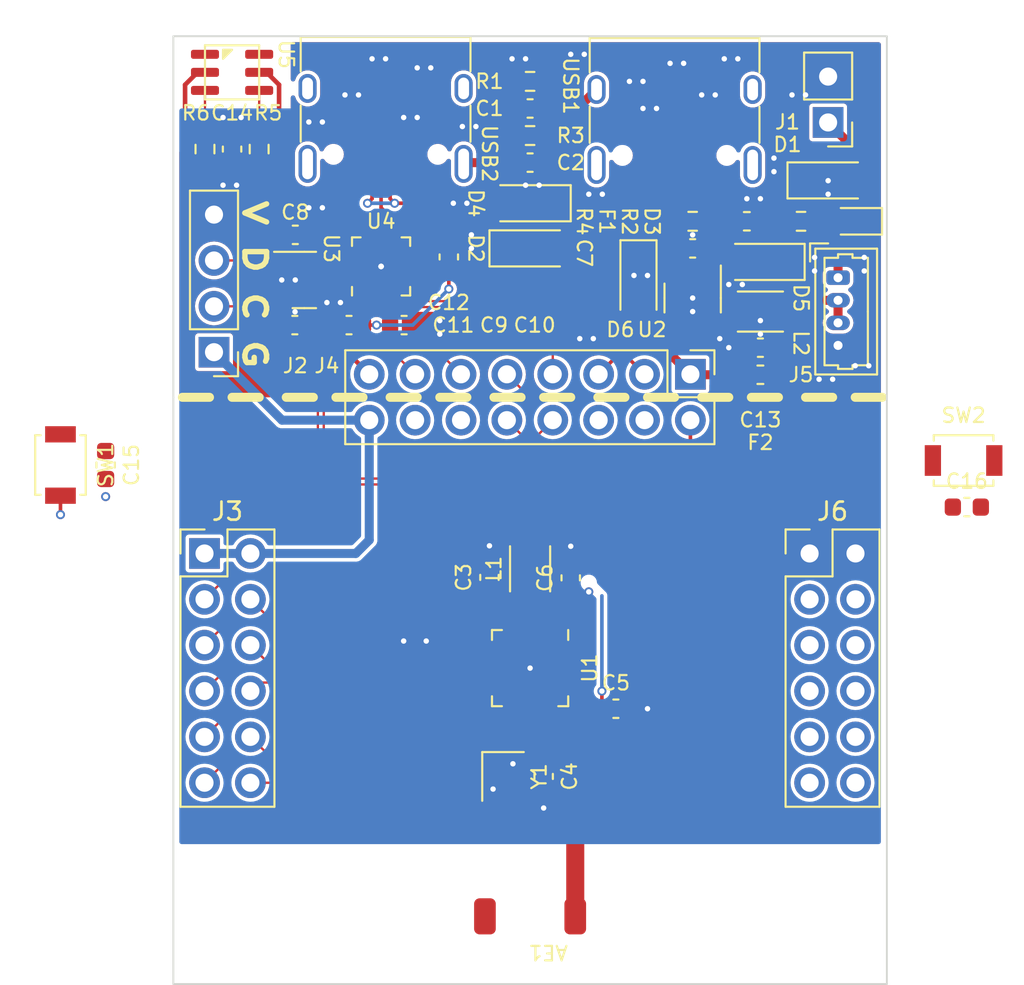
<source format=kicad_pcb>
(kicad_pcb (version 20211014) (generator pcbnew)
  (layers (0 "F.Cu" signal) (31 "B.Cu" signal) (34 "B.Paste" user) (35 "F.Paste" user) (36 "B.SilkS" user "B.Silkscreen") (37 "F.SilkS" user "F.Silkscreen") (38 "B.Mask" user) (39 "F.Mask" user) (44 "Edge.Cuts" user))
  (net 0 "")
  (net 1 "Net-(AE1-Pad1)")
  (net 2 "Net-(C1-Pad1)")
  (net 3 "GND")
  (net 4 "+3V3")
  (net 5 "Net-(C2-Pad1)")
  (net 6 "/VSW")
  (net 7 "/NRST")
  (net 8 "Net-(C4-Pad1)")
  (net 9 "Net-(D1-Pad2)")
  (net 10 "Net-(D2-Pad2)")
  (net 11 "Net-(D3-Pad2)")
  (net 12 "+5V")
  (net 13 "/PB14")
  (net 14 "/PB15")
  (net 23 "Net-(L1-Pad1)")
  (net 24 "Net-(L2-Pad1)")
  (net 25 "/PB11")
  (net 26 "/PB10")
  (net 27 "/+3.3V_UART")
  (net 28 "/BOOT")
  (net 29 "/PA11")
  (net 30 "/PA10")
  (net 31 "Net-(C13-Pad1)")
  (net 32 "/PB13")
  (net 33 "/PB12")
  (net 34 "/PB7")
  (net 35 "/PB4")
  (net 36 "Net-(F1-Pad1)")
  (net 37 "/X32MO")
  (net 38 "/X32MI")
  (net 39 "/PA4")
  (net 40 "/PA5")
  (net 41 "/PA15")
  (net 42 "/PA14")
  (net 43 "/PA13")
  (net 44 "/PA12")
  (net 45 "VBUS")
  (net 46 "/USB1_DN")
  (net 47 "/USB1_DP")
  (net 48 "/USB_TX")
  (net 49 "/CH_RX")
  (net 50 "/USB_RX")
  (net 51 "/CH_TX")
  (net 52 "/AHT_DIO")
  (net 53 "/I2C_IO")
  (net 54 "/AHT_CLK")
  (net 55 "/I2C_CK")
  (net 56 "Net-(R4-Pad2)")
  (net 57 "/USB2_DP")
  (net 58 "/USB2_DN")
  (net 72 "VDD")
  (net 73 "/VDD_AHT")
  (net 76 "Net-(C7-Pad1)")
  (footprint "Capacitor_SMD:C_0603_1608Metric" (layer "F.Cu") (at 165.75 91 -90)
    (fp_text reference "C4")
    (fp_text value "2.2uF 25V")
  )
  (footprint "Capacitor_SMD:C_0603_1608Metric" (layer "F.Cu") (at 151.975 66 180)
    (fp_text reference "C11")
    (fp_text value "10uF 10V")
  )
  (footprint "Resistor_SMD:R_0603_1608Metric" (layer "F.Cu") (at 174 60.25 180)
    (fp_text reference "R4")
    (fp_text value "10k")
  )
  (footprint "Resistor_SMD:R_0603_1608Metric" (layer "F.Cu") (at 180 60.25)
    (fp_text reference "R2")
    (fp_text value "10k")
  )
  (footprint "Connector_PinHeader_2.54mm:PinHeader_2x06_P2.54mm_Vertical" (layer "F.Cu") (at 146.975 78.65)
    (fp_text reference "J3")
    (fp_text value "Conn_02x06_Odd_Even")
  )
  (footprint "Resistor_SMD:R_0603_1608Metric" (layer "F.Cu") (at 150 56.25 90)
    (fp_text reference "R5")
    (fp_text value "4.7k")
  )
  (footprint "Fuse:Fuse_0603_1608Metric" (layer "F.Cu") (at 177.75 68.75 180)
    (fp_text reference "F2")
    (fp_text value "200mA 6V")
  )
  (footprint "Capacitor_SMD:C_0603_1608Metric" (layer "F.Cu") (at 160.5 62.225 90)
    (fp_text reference "C12")
    (fp_text value "1uF 25V")
  )
  (footprint "Connector_PinHeader_2.54mm:PinHeader_2x08_P2.54mm_Vertical" (layer "F.Cu") (at 173.875 68.725 -90)
    (fp_text reference "J4")
    (fp_text value "Conn_02x08_Odd_Even")
  )
  (footprint "Crystal:Crystal_SMD_2016-4Pin_2.0x1.6mm" (layer "F.Cu") (at 163.5 91 -90)
    (fp_text reference "Y1")
    (fp_text value "Crystal_32MHz")
  )
  (footprint "Capacitor_SMD:C_0603_1608Metric" (layer "F.Cu") (at 189.18 76.08)
    (fp_text reference "C16")
    (fp_text value "NC")
  )
  (footprint "Capacitor_SMD:C_0603_1608Metric" (layer "F.Cu") (at 165 57)
    (fp_text reference "C2")
    (fp_text value "10nF 50V")
  )
  (footprint "Capacitor_SMD:C_0603_1608Metric" (layer "F.Cu") (at 174 61.75 180)
    (fp_text reference "C7")
    (fp_text value "10uF 10V")
  )
  (footprint "Connector_USB:USB_C_Receptacle_HRO_TYPE-C-31-M-12" (layer "F.Cu") (at 157 53.94 180)
    (fp_text reference "USB2")
    (fp_text value "USB_C_Plug_USB2.0")
  )
  (footprint "Package_TO_SOT_SMD:SOT-23" (layer "F.Cu") (at 152.5 63.5)
    (fp_text reference "U3")
    (fp_text value "XC6206")
  )
  (footprint "Connector_PinHeader_2.54mm:PinHeader_1x04_P2.54mm_Vertical" (layer "F.Cu") (at 147.5 67.5 180)
    (fp_text reference "J2")
    (fp_text value "2.54 4P")
  )
  (footprint "Connector_USB:USB_C_Receptacle_HRO_TYPE-C-31-M-12" (layer "F.Cu") (at 173 54 180)
    (fp_text reference "USB1")
    (fp_text value "USB_C_Plug_USB2.0")
  )
  (footprint "Connector_PinHeader_2.54mm:PinHeader_1x02_P2.54mm_Vertical" (layer "F.Cu") (at 181.5 54.775 180)
    (fp_text reference "J1")
    (fp_text value "BAT")
  )
  (footprint "Capacitor_SMD:C_0603_1608Metric" (layer "F.Cu") (at 177.75 67.25 180)
    (fp_text reference "C13")
    (fp_text value "10uF 10V")
  )
  (footprint "Resistor_SMD:R_0603_1608Metric" (layer "F.Cu") (at 147 56.25 90)
    (fp_text reference "R6")
    (fp_text value "4.7k")
  )
  (footprint "Diode_SMD:D_SOD-123" (layer "F.Cu") (at 165 59.25 180)
    (fp_text reference "D4")
    (fp_text value "D_Schottky")
  )
  (footprint "Diode_SMD:D_SOD-123F" (layer "F.Cu") (at 171 63.5 -90)
    (fp_text reference "D6")
    (fp_text value "5.5V")
  )
  (footprint "NT_Sensor:AHT21" (layer "F.Cu") (at 148.5 52)
    (fp_text reference "U5")
    (fp_text value "AHT21")
  )
  (footprint "Inductor_SMD:L_TDK_NLV25_2.5x2.0mm" (layer "F.Cu") (at 165 79.5 90)
    (fp_text reference "L1")
    (fp_text value "22uH")
  )
  (footprint "Button_Switch_SMD:SW_SPST_B3U-1000P" (layer "F.Cu") (at 189 73.5)
    (fp_text reference "SW2")
    (fp_text value "SW_Push")
  )
  (footprint "Package_DFN_QFN:QFN-16-1EP_3x3mm_P0.5mm_EP1.7x1.7mm" (layer "F.Cu") (at 156.75 62.75 90)
    (fp_text reference "U4")
    (fp_text value "CH343P")
  )
  (footprint "Fuse:Fuse_0603_1608Metric" (layer "F.Cu") (at 177 60.25 180)
    (fp_text reference "F1")
    (fp_text value "200mA 6V")
  )
  (footprint "Connector_PinHeader_2.54mm:PinHeader_2x06_P2.54mm_Vertical" (layer "F.Cu") (at 180.475 78.65)
    (fp_text reference "J6")
    (fp_text value "Conn_02x06_Odd_Even")
  )
  (footprint "Diode_SMD:D_SOD-123F" (layer "F.Cu") (at 178 62.5 180)
    (fp_text reference "D5")
    (fp_text value "5.5V")
  )
  (footprint "Diode_SMD:D_SOD-123" (layer "F.Cu") (at 181.5 57.985)
    (fp_text reference "D1")
    (fp_text value "D_Schottky")
  )
  (footprint "Button_Switch_SMD:SW_SPST_B3U-1000P" (layer "F.Cu") (at 139 73.75 -90)
    (fp_text reference "SW1")
    (fp_text value "SW_Push")
  )
  (footprint "Package_TO_SOT_SMD:SOT-23-5" (layer "F.Cu") (at 174 64.5 -90)
    (fp_text reference "U2")
    (fp_text value "TPS62203")
  )
  (footprint "Resistor_SMD:R_0603_1608Metric" (layer "F.Cu") (at 165 52.5)
    (fp_text reference "R1")
    (fp_text value "1M")
  )
  (footprint "Capacitor_SMD:C_0603_1608Metric" (layer "F.Cu") (at 162.75 79.975 90)
    (fp_text reference "C3")
    (fp_text value "2.2uF 25V")
  )
  (footprint "Capacitor_SMD:C_0603_1608Metric" (layer "F.Cu") (at 152 61 180)
    (fp_text reference "C8")
    (fp_text value "10uF 10V")
  )
  (footprint "Package_DFN_QFN:QFN-28-1EP_4x4mm_P0.4mm_EP2.3x2.3mm" (layer "F.Cu") (at 165 85 -90)
    (fp_text reference "U1")
    (fp_text value "CH573F")
  )
  (footprint "Capacitor_SMD:C_0603_1608Metric" (layer "F.Cu") (at 148.5 56.25 90)
    (fp_text reference "C14")
    (fp_text value "10uF 10V")
  )
  (footprint "NT_RF:CA-C03" (layer "F.Cu") (at 167.5 98.75 180)
    (fp_text reference "AE1")
    (fp_text value "Antenna")
  )
  (footprint "Capacitor_SMD:C_0603_1608Metric" (layer "F.Cu") (at 154.975 66 180)
    (fp_text reference "C9")
    (fp_text value "1uF 25V")
  )
  (footprint "LED_SMD:LED_0603_1608Metric" (layer "F.Cu") (at 183 60.25 180)
    (fp_text reference "D3")
    (fp_text value "POWER LED")
  )
  (footprint "Connector_Molex:Molex_PicoBlade_53047-0410_1x04_P1.25mm_Vertical" (layer "F.Cu") (at 182.05 63.375 -90)
    (fp_text reference "J5")
    (fp_text value "KF2510-4P")
  )
  (footprint "Diode_SMD:D_SOD-123" (layer "F.Cu") (at 165 61.75)
    (fp_text reference "D2")
    (fp_text value "D_Schottky")
  )
  (footprint "Capacitor_SMD:C_0603_1608Metric" (layer "F.Cu") (at 167.25 80 90)
    (fp_text reference "C6")
    (fp_text value "2.2uF 25V")
  )
  (footprint "Capacitor_SMD:C_0603_1608Metric" (layer "F.Cu") (at 165 54 180)
    (fp_text reference "C1")
    (fp_text value "10nF 50V")
  )
  (footprint "Resistor_SMD:R_0603_1608Metric" (layer "F.Cu") (at 165 55.5 180)
    (fp_text reference "R3")
    (fp_text value "1M")
  )
  (footprint "Capacitor_SMD:C_0603_1608Metric" (layer "F.Cu") (at 141.5 73.75 -90)
    (fp_text reference "C15")
    (fp_text value "NC")
  )
  (footprint "Capacitor_SMD:C_0603_1608Metric" (layer "F.Cu") (at 158.025 66)
    (fp_text reference "C10")
    (fp_text value "1uF 25V")
  )
  (footprint "Capacitor_SMD:C_0603_1608Metric" (layer "F.Cu") (at 169.75 87.25)
    (fp_text reference "C5")
    (fp_text value "0.1uF 50V")
  )
  (footprint "Inductor_SMD:L_TDK_NLV25_2.5x2.0mm" (layer "F.Cu") (at 177.75 65.25)
    (fp_text reference "L2")
    (fp_text value "10uH")
  )
  (gr_line (start 180.25 70) (end 181.75 70) (layer "F.SilkS") (width 0.5))
  (gr_line (start 168.75 70) (end 170.25 70) (layer "F.SilkS") (width 0.5))
  (gr_line (start 177.25 70) (end 178.75 70) (layer "F.SilkS") (width 0.5))
  (gr_line (start 160 70) (end 161.5 70) (layer "F.SilkS") (width 0.5))
  (gr_line (start 154.25 70) (end 155.75 70) (layer "F.SilkS") (width 0.5))
  (gr_line (start 163 70) (end 164.5 70) (layer "F.SilkS") (width 0.5))
  (gr_line (start 151.5 70) (end 153 70) (layer "F.SilkS") (width 0.5))
  (gr_line (start 145.75 70) (end 147.25 70) (layer "F.SilkS") (width 0.5))
  (gr_line (start 165.75 70) (end 167.25 70) (layer "F.SilkS") (width 0.5))
  (gr_line (start 148.5 70) (end 150 70) (layer "F.SilkS") (width 0.5))
  (gr_line (start 171.5 70) (end 173 70) (layer "F.SilkS") (width 0.5))
  (gr_line (start 174.5 70) (end 176 70) (layer "F.SilkS") (width 0.5))
  (gr_line (start 157.25 70) (end 158.75 70) (layer "F.SilkS") (width 0.5))
  (gr_line (start 183 70) (end 184.5 70) (layer "F.SilkS") (width 0.5))
  (gr_line (start 145.25 50) (end 145.25 70) (layer "Edge.Cuts") (width 0.1))
  (gr_line (start 184.75 50) (end 184.75 102.5) (layer "Edge.Cuts") (width 0.1))
  (gr_line (start 145.25 102.5) (end 145.25 70) (layer "Edge.Cuts") (width 0.1))
  (gr_line (start 145.25 50) (end 184.75 50) (layer "Edge.Cuts") (width 0.1))
  (gr_line (start 184.75 102.5) (end 145.25 102.5) (layer "Edge.Cuts") (width 0.1))
  (gr_text "V D C G" (at 149.75 63.75 -90) (layer "F.SilkS") (effects (font (size 1.2 1.5) (thickness 0.3))))
  (segment (start 166.59952 87.75) (end 167.5 88.65048) (width 1) (layer "F.Cu") (net 1))
  (segment (start 167.5 88.65048) (end 167.5 98.75) (width 1) (layer "F.Cu") (net 1))
  (segment (start 165.775 54) (end 165.775 52.55) (width 0.5) (layer "F.Cu") (net 2))
  (segment (start 165.775 52.55) (end 165.825 52.5) (width 0.5) (layer "F.Cu") (net 2))
  (segment (start 167.63 54) (end 168.68 52.95) (width 0.5) (layer "F.Cu") (net 2))
  (segment (start 165.775 54) (end 167.63 54) (width 0.5) (layer "F.Cu") (net 2))
  (segment (start 165.825 52.5) (end 165.88 52.5) (width 0.5) (layer "F.Cu") (net 2))
  (segment (start 150.413545 52) (end 151.10152 52.687975) (width 0.254) (layer "F.Cu") (net 3))
  (segment (start 151.10152 52.687975) (end 151.10152 55.89848) (width 0.254) (layer "F.Cu") (net 3))
  (segment (start 139 75.45) (end 139 76.5) (width 0.2) (layer "F.Cu") (net 3))
  (segment (start 150 52) (end 150.5 52) (width 0.127) (layer "F.Cu") (net 3))
  (segment (start 150 52) (end 150.413545 52) (width 0.254) (layer "F.Cu") (net 3))
  (via (at 160 65.75) (size 0.5) (drill 0.3) (layers "F.Cu" "B.Cu") (net 3))
  (via (at 172.75 51.5) (size 0.5) (drill 0.3) (layers "F.Cu" "B.Cu") (net 3))
  (via (at 176.5 51.25) (size 0.5) (drill 0.3) (layers "F.Cu" "B.Cu") (net 3))
  (via (at 170.5 52.5) (size 0.5) (drill 0.3) (layers "F.Cu" "B.Cu") (net 3))
  (via (at 181.5 58.75) (size 0.5) (drill 0.3) (layers "F.Cu" "B.Cu") (net 3))
  (via (at 168.25 58.75) (size 0.5) (drill 0.3) (layers "F.Cu" "B.Cu") (net 3))
  (via (at 180.75 62.25) (size 0.5) (drill 0.3) (layers "F.Cu" "B.Cu") (net 3))
  (via (at 178.5 57.5) (size 0.5) (drill 0.3) (layers "F.Cu" "B.Cu") (net 3))
  (via (at 148 54.5) (size 0.5) (drill 0.3) (layers "F.Cu" "B.Cu") (net 3))
  (via (at 156.75 62.75) (size 0.5) (drill 0.3) (layers "F.Cu" "B.Cu") (net 3))
  (via (at 141.5 75.5) (size 0.5) (drill 0.3) (layers "F.Cu" "B.Cu") (net 3))
  (via (at 162.75 78.225) (size 0.5) (drill 0.3) (layers "F.Cu" "B.Cu") (net 3))
  (via (at 173.5 51.5) (size 0.5) (drill 0.3) (layers "F.Cu" "B.Cu") (net 3))
  (via (at 148.75 58.25) (size 0.5) (drill 0.3) (layers "F.Cu" "B.Cu") (net 3))
  (via (at 180.75 63) (size 0.5) (drill 0.3) (layers "F.Cu" "B.Cu") (net 3))
  (via (at 169 58.75) (size 0.5) (drill 0.3) (layers "F.Cu" "B.Cu") (net 3))
  (via (at 157 51.25) (size 0.5) (drill 0.3) (layers "F.Cu" "B.Cu") (net 3))
  (via (at 162.95 91.7) (size 0.5) (drill 0.3) (layers "F.Cu" "B.Cu") (net 3))
  (via (at 162 55) (size 0.5) (drill 0.3) (layers "F.Cu" "B.Cu") (net 3))
  (via (at 161.25 55) (size 0.5) (drill 0.3) (layers "F.Cu" "B.Cu") (net 3))
  (via (at 170.75 63.25) (size 0.5) (drill 0.3) (layers "F.Cu" "B.Cu") (net 3))
  (via (at 167.75 66.75) (size 0.5) (drill 0.3) (layers "F.Cu" "B.Cu") (net 3))
  (via (at 174 65.25) (size 0.5) (drill 0.3) (layers "F.Cu" "B.Cu") (net 3))
  (via (at 160 66.5) (size 0.5) (drill 0.3) (layers "F.Cu" "B.Cu") (net 3))
  (via (at 161.75 61.75) (size 0.5) (drill 0.3) (layers "F.Cu" "B.Cu") (net 3))
  (via (at 175.5 66.75) (size 0.5) (drill 0.3) (layers "F.Cu" "B.Cu") (net 3))
  (via (at 181 69) (size 0.5) (drill 0.3) (layers "F.Cu" "B.Cu") (net 3))
  (via (at 171.5 87.25) (size 0.5) (drill 0.3) (layers "F.Cu" "B.Cu") (net 3))
  (via (at 181.75 69) (size 0.5) (drill 0.3) (layers "F.Cu" "B.Cu") (net 3))
  (via (at 152.75 54.75) (size 0.5) (drill 0.3) (layers "F.Cu" "B.Cu") (net 3))
  (via (at 168.5 66.75) (size 0.5) (drill 0.3) (layers "F.Cu" "B.Cu") (net 3))
  (via (at 153.5 54.75) (size 0.5) (drill 0.3) (layers "F.Cu" "B.Cu") (net 3))
  (via (at 177.75 59) (size 0.5) (drill 0.3) (layers "F.Cu" "B.Cu") (net 3))
  (via (at 161.75 61) (size 0.5) (drill 0.3) (layers "F.Cu" "B.Cu") (net 3))
  (via (at 154.5 64.75) (size 0.5) (drill 0.3) (layers "F.Cu" "B.Cu") (net 3))
  (via (at 164.05 90.3) (size 0.5) (drill 0.3) (layers "F.Cu" "B.Cu") (net 3))
  (via (at 183 68.25) (size 0.5) (drill 0.3) (layers "F.Cu" "B.Cu") (net 3))
  (via (at 177.75 65.75) (size 0.5) (drill 0.3) (layers "F.Cu" "B.Cu") (net 3))
  (via (at 151.25 63.5) (size 0.5) (drill 0.3) (layers "F.Cu" "B.Cu") (net 3))
  (via (at 152 63.5) (size 0.5) (drill 0.3) (layers "F.Cu" "B.Cu") (net 3))
  (via (at 174 64.5) (size 0.5) (drill 0.3) (layers "F.Cu" "B.Cu") (net 3))
  (via (at 159.5 51.75) (size 0.5) (drill 0.3) (layers "F.Cu" "B.Cu") (net 3))
  (via (at 175.25 53.25) (size 0.5) (drill 0.3) (layers "F.Cu" "B.Cu") (net 3))
  (via (at 183.5 63) (size 0.5) (drill 0.3) (layers "F.Cu" "B.Cu") (net 3))
  (via (at 177.75 66.5) (size 0.5) (drill 0.3) (layers "F.Cu" "B.Cu") (net 3))
  (via (at 156.75 62.75) (size 0.5) (drill 0.3) (layers "F.Cu" "B.Cu") (net 3))
  (via (at 160.75 59.25) (size 0.5) (drill 0.3) (layers "F.Cu" "B.Cu") (net 3))
  (via (at 153.5 59.5) (size 0.5) (drill 0.3) (layers "F.Cu" "B.Cu") (net 3))
  (via (at 175.75 51.25) (size 0.5) (drill 0.3) (layers "F.Cu" "B.Cu") (net 3))
  (via (at 171.5 63.25) (size 0.5) (drill 0.3) (layers "F.Cu" "B.Cu") (net 3))
  (via (at 158.75 51.75) (size 0.5) (drill 0.3) (layers "F.Cu" "B.Cu") (net 3))
  (via (at 151.986444 65.263556) (size 0.5) (drill 0.3) (layers "F.Cu" "B.Cu") (net 3))
  (via (at 156.75 62.75) (size 0.5) (drill 0.3) (layers "F.Cu" "B.Cu") (net 3))
  (via (at 176 67.25) (size 0.5) (drill 0.3) (layers "F.Cu" "B.Cu") (net 3))
  (via (at 181.5 58) (size 0.5) (drill 0.3) (layers "F.Cu" "B.Cu") (net 3))
  (via (at 153.75 64.75) (size 0.5) (drill 0.3) (layers "F.Cu" "B.Cu") (net 3))
  (via (at 156.25 51.25) (size 0.5) (drill 0.3) (layers "F.Cu" "B.Cu") (net 3))
  (via (at 156.75 62.75) (size 0.5) (drill 0.3) (layers "F.Cu" "B.Cu") (net 3))
  (via (at 183.75 68.25) (size 0.5) (drill 0.3) (layers "F.Cu" "B.Cu") (net 3))
  (via (at 167.25 78.25) (size 0.5) (drill 0.3) (layers "F.Cu" "B.Cu") (net 3))
  (via (at 167.25 51) (size 0.5) (drill 0.3) (layers "F.Cu" "B.Cu") (net 3))
  (via (at 158.75 54.5) (size 0.5) (drill 0.3) (layers "F.Cu" "B.Cu") (net 3))
  (via (at 165.5 58.25) (size 0.5) (drill 0.3) (layers "F.Cu" "B.Cu") (net 3))
  (via (at 149 54.5) (size 0.5) (drill 0.3) (layers "F.Cu" "B.Cu") (net 3))
  (via (at 158 54.5) (size 0.5) (drill 0.3) (layers "F.Cu" "B.Cu") (net 3))
  (via (at 174 61) (size 0.5) (drill 0.3) (layers "F.Cu" "B.Cu") (net 3))
  (via (at 178.5 56.75) (size 0.5) (drill 0.3) (layers "F.Cu" "B.Cu") (net 3))
  (via (at 164.75 58.25) (size 0.5) (drill 0.3) (layers "F.Cu" "B.Cu") (net 3))
  (via (at 148 58.25) (size 0.5) (drill 0.3) (layers "F.Cu" "B.Cu") (net 3))
  (via (at 154.75 53.25) (size 0.5) (drill 0.3) (layers "F.Cu" "B.Cu") (net 3))
  (via (at 180.25 53.25) (size 0.5) (drill 0.3) (layers "F.Cu" "B.Cu") (net 3))
  (via (at 161.5 59.25) (size 0.5) (drill 0.3) (layers "F.Cu" "B.Cu") (net 3))
  (via (at 155.5 53.25) (size 0.5) (drill 0.3) (layers "F.Cu" "B.Cu") (net 3))
  (via (at 172 54) (size 0.5) (drill 0.3) (layers "F.Cu" "B.Cu") (net 3))
  (via (at 179.5 53.25) (size 0.5) (drill 0.3) (layers "F.Cu" "B.Cu") (net 3))
  (via (at 164.75 51.25) (size 0.5) (drill 0.3) (layers "F.Cu" "B.Cu") (net 3))
  (via (at 168 51) (size 0.5) (drill 0.3) (layers "F.Cu" "B.Cu") (net 3))
  (via (at 171.25 54) (size 0.5) (drill 0.3) (layers "F.Cu" "B.Cu") (net 3))
  (via (at 176.75 63.75) (size 0.5) (drill 0.3) (layers "F.Cu" "B.Cu") (net 3))
  (via (at 139 76.5) (size 0.5) (drill 0.3) (layers "F.Cu" "B.Cu") (net 3))
  (via (at 176 63.75) (size 0.5) (drill 0.3) (layers "F.Cu" "B.Cu") (net 3))
  (via (at 171.25 52.5) (size 0.5) (drill 0.3) (layers "F.Cu" "B.Cu") (net 3))
  (via (at 174.5 53.25) (size 0.5) (drill 0.3) (layers "F.Cu" "B.Cu") (net 3))
  (via (at 152.75 59.5) (size 0.5) (drill 0.3) (layers "F.Cu" "B.Cu") (net 3))
  (via (at 177 59) (size 0.5) (drill 0.3) (layers "F.Cu" "B.Cu") (net 3))
  (via (at 156.75 62.75) (size 0.5) (drill 0.3) (layers "F.Cu" "B.Cu") (net 3))
  (via (at 165.75 92.75) (size 0.5) (drill 0.3) (layers "F.Cu" "B.Cu") (net 3))
  (via (at 165 85) (size 0.5) (drill 0.3) (layers "F.Cu" "B.Cu") (net 3))
  (via (at 183.5 62.25) (size 0.5) (drill 0.3) (layers "F.Cu" "B.Cu") (net 3))
  (via (at 164 51.25) (size 0.5) (drill 0.3) (layers "F.Cu" "B.Cu") (net 3))
  (segment (start 172 65.9) (end 171 64.9) (width 0.5) (layer "F.Cu") (net 4))
  (segment (start 173.9 68.75) (end 173.875 68.725) (width 0.5) (layer "F.Cu") (net 4))
  (segment (start 176.9625 68.75) (end 173.9 68.75) (width 0.5) (layer "F.Cu") (net 4))
  (segment (start 172 66.85) (end 172 65.9) (width 0.5) (layer "F.Cu") (net 4))
  (segment (start 173.875 68.725) (end 172 66.85) (width 0.5) (layer "F.Cu") (net 4))
  (segment (start 161.39 57) (end 161.32 57.07) (width 0.5) (layer "F.Cu") (net 5))
  (segment (start 164.175 56.95) (end 164.225 57) (width 0.5) (layer "F.Cu") (net 5))
  (segment (start 164.225 57) (end 161.39 57) (width 0.5) (layer "F.Cu") (net 5))
  (segment (start 164.175 55.5) (end 164.175 56.95) (width 0.5) (layer "F.Cu") (net 5))
  (segment (start 166.25 79.25) (end 166.25 79.775) (width 0.5) (layer "F.Cu") (net 6))
  (segment (start 166.71454 81.31046) (end 167.25 80.775) (width 0.2) (layer "F.Cu") (net 6))
  (segment (start 166.18954 81.31046) (end 166.71454 81.31046) (width 0.2) (layer "F.Cu") (net 6))
  (segment (start 165.4 82.1) (end 166.18954 81.31046) (width 0.2) (layer "F.Cu") (net 6))
  (segment (start 166.9375 86.2) (end 167.925 86.2) (width 0.2) (layer "F.Cu") (net 6))
  (segment (start 165 78.25) (end 165.25 78.25) (width 0.2) (layer "F.Cu") (net 6))
  (segment (start 167.925 86.2) (end 168.975 87.25) (width 0.2) (layer "F.Cu") (net 6))
  (segment (start 168.975 86.275) (end 168.975 87.25) (width 0.2) (layer "F.Cu") (net 6))
  (segment (start 166.25 79.775) (end 167.25 80.775) (width 0.5) (layer "F.Cu") (net 6))
  (segment (start 167.225 80.775) (end 167.25 80.775) (width 0.2) (layer "F.Cu") (net 6))
  (segment (start 167.25 80.75) (end 167.25 80.775) (width 0.2) (layer "F.Cu") (net 6))
  (segment (start 165.25 78.25) (end 166.25 79.25) (width 0.5) (layer "F.Cu") (net 6))
  (segment (start 165.4 83.0625) (end 165.4 82.1) (width 0.2) (layer "F.Cu") (net 6))
  (segment (start 167.25 80.775) (end 168.25 80.775) (width 0.2) (layer "F.Cu") (net 6))
  (via (at 168.25 80.775) (size 0.5) (drill 0.3) (layers "F.Cu" "B.Cu") (net 6))
  (via (at 168.975 86.275) (size 0.5) (drill 0.3) (layers "F.Cu" "B.Cu") (net 6))
  (segment (start 168.975 81) (end 168.975 86.275) (width 0.2) (layer "B.Cu") (net 6))
  (segment (start 150 90) (end 148.325 90) (width 0.127) (layer "F.Cu") (net 7))
  (segment (start 157.5 91) (end 151 91) (width 0.127) (layer "F.Cu") (net 7))
  (segment (start 163.87348 88.32652) (end 158.42348 88.32652) (width 0.127) (layer "F.Cu") (net 7))
  (segment (start 151 91) (end 150 90) (width 0.127) (layer "F.Cu") (net 7))
  (segment (start 158.42348 88.32652) (end 157.92348 88.826521) (width 0.127) (layer "F.Cu") (net 7))
  (segment (start 164.2 86.9375) (end 164.2 88) (width 0.127) (layer "F.Cu") (net 7))
  (segment (start 157.92348 88.826521) (end 157.92348 90.57652) (width 0.127) (layer "F.Cu") (net 7))
  (segment (start 164.2 88) (end 163.87348 88.32652) (width 0.127) (layer "F.Cu") (net 7))
  (segment (start 148.325 90) (end 146.975 91.35) (width 0.127) (layer "F.Cu") (net 7))
  (segment (start 157.92348 90.57652) (end 157.5 91) (width 0.127) (layer "F.Cu") (net 7))
  (segment (start 165.8 90.175) (end 165.75 90.225) (width 0.2) (layer "F.Cu") (net 8))
  (segment (start 165.8 86.9375) (end 165.8 90.175) (width 0.2) (layer "F.Cu") (net 8))
  (segment (start 181.5 54.775) (end 183.15 56.425) (width 0.5) (layer "F.Cu") (net 9))
  (segment (start 183.15 56.425) (end 183.15 57.985) (width 0.5) (layer "F.Cu") (net 9))
  (segment (start 168.9 59.5) (end 170.25 59.5) (width 0.5) (layer "F.Cu") (net 10))
  (segment (start 166.65 61.75) (end 168.9 59.5) (width 0.5) (layer "F.Cu") (net 10))
  (segment (start 170.55 59.2) (end 170.55 58.045) (width 0.5) (layer "F.Cu") (net 10))
  (segment (start 170.25 59.5) (end 170.55 59.2) (width 0.5) (layer "F.Cu") (net 10))
  (segment (start 180.825 60.25) (end 182.2125 60.25) (width 0.5) (layer "F.Cu") (net 11))
  (segment (start 159.45 59.2) (end 160.25 60) (width 0.5) (layer "F.Cu") (net 12))
  (segment (start 153.4375 61.6625) (end 153.4375 63.5) (width 0.2) (layer "F.Cu") (net 12))
  (segment (start 157.199031 60.199031) (end 155.800969 60.199031) (width 0.2) (layer "F.Cu") (net 12))
  (segment (start 155 61) (end 152.775 61) (width 0.2) (layer "F.Cu") (net 12))
  (segment (start 157.5 61.2875) (end 157.5 60.5) (width 0.2) (layer "F.Cu") (net 12))
  (segment (start 155.800969 60.199031) (end 155 61) (width 0.2) (layer "F.Cu") (net 12))
  (segment (start 154.25 60.25) (end 153.525 60.25) (width 0.2) (layer "F.Cu") (net 12))
  (segment (start 159.45 57.985) (end 159.45 59.2) (width 0.5) (layer "F.Cu") (net 12))
  (segment (start 152.775 61) (end 153.4375 61.6625) (width 0.2) (layer "F.Cu") (net 12))
  (segment (start 157.5 60.5) (end 157.199031 60.199031) (width 0.2) (layer "F.Cu") (net 12))
  (segment (start 154.55 57.985) (end 154.55 59.95) (width 0.2) (layer "F.Cu") (net 12))
  (segment (start 154.55 59.95) (end 154.25 60.25) (width 0.2) (layer "F.Cu") (net 12))
  (segment (start 153.525 60.25) (end 152.775 61) (width 0.2) (layer "F.Cu") (net 12))
  (segment (start 160.25 60) (end 162.6 60) (width 0.5) (layer "F.Cu") (net 12))
  (segment (start 162.6 60) (end 163.35 59.25) (width 0.5) (layer "F.Cu") (net 12))
  (segment (start 158.67348 75.38525) (end 158.67348 83.38525) (width 0.127) (layer "F.Cu") (net 13))
  (segment (start 153.25 73.96177) (end 154.11475 74.82652) (width 0.127) (layer "F.Cu") (net 13))
  (segment (start 149.0539 65.3039) (end 149.0539 67.045747) (width 0.127) (layer "F.Cu") (net 13))
  (segment (start 147.5 64.96) (end 148.71 64.96) (width 0.127) (layer "F.Cu") (net 13))
  (segment (start 151.45 84.2) (end 151.07652 83.82652) (width 0.127) (layer "F.Cu") (net 13))
  (segment (start 154.11475 74.82652) (end 158.11475 74.82652) (width 0.127) (layer "F.Cu") (net 13))
  (segment (start 148.71 64.96) (end 149.0539 65.3039) (width 0.127) (layer "F.Cu") (net 13))
  (segment (start 152.57652 68.57652) (end 153.25 69.25) (width 0.127) (layer "F.Cu") (net 13))
  (segment (start 159.48823 84.2) (end 158.7 84.2) (width 0.127) (layer "F.Cu") (net 13))
  (segment (start 158.7 84.2) (end 151.45 84.2) (width 0.127) (layer "F.Cu") (net 13))
  (segment (start 158.67348 83.38525) (end 158.67348 84.17348) (width 0.127) (layer "F.Cu") (net 13))
  (segment (start 151.07652 83.82652) (end 151.07652 82.75152) (width 0.127) (layer "F.Cu") (net 13))
  (segment (start 153.25 69.25) (end 153.25 73.96177) (width 0.127) (layer "F.Cu") (net 13))
  (segment (start 158.11475 74.82652) (end 158.67348 75.38525) (width 0.127) (layer "F.Cu") (net 13))
  (segment (start 151.07652 82.75152) (end 149.515 81.19) (width 0.127) (layer "F.Cu") (net 13))
  (segment (start 149.0539 67.045747) (end 150.584673 68.57652) (width 0.127) (layer "F.Cu") (net 13))
  (segment (start 159.48823 84.2) (end 163.0625 84.2) (width 0.127) (layer "F.Cu") (net 13))
  (segment (start 158.67348 84.17348) (end 158.7 84.2) (width 0.127) (layer "F.Cu") (net 13))
  (segment (start 150.584673 68.57652) (end 152.57652 68.57652) (width 0.127) (layer "F.Cu") (net 13))
  (segment (start 157.75 83.75) (end 151.75 83.75) (width 0.127) (layer "F.Cu") (net 14))
  (segment (start 150.719923 68.25) (end 149.38042 66.910497) (width 0.127) (layer "F.Cu") (net 14))
  (segment (start 159.55 83.8) (end 163.0625 83.8) (width 0.127) (layer "F.Cu") (net 14))
  (segment (start 149.38042 62.88042) (end 148.92 62.42) (width 0.127) (layer "F.Cu") (net 14))
  (segment (start 148.92 62.42) (end 147.5 62.42) (width 0.127) (layer "F.Cu") (net 14))
  (segment (start 150.75 81.96323) (end 150.75 80.75) (width 0.127) (layer "F.Cu") (net 14))
  (segment (start 158 83.5) (end 157.75 83.75) (width 0.127) (layer "F.Cu") (net 14))
  (segment (start 148.165 80) (end 146.975 81.19) (width 0.127) (layer "F.Cu") (net 14))
  (segment (start 153.57652 73.82652) (end 153.57652 69.114751) (width 0.127) (layer "F.Cu") (net 14))
  (segment (start 149.38042 66.910497) (end 149.38042 62.88042) (width 0.127) (layer "F.Cu") (net 14))
  (segment (start 152.71177 68.25) (end 150.719923 68.25) (width 0.127) (layer "F.Cu") (net 14))
  (segment (start 159 75.25) (end 158.25 74.5) (width 0.127) (layer "F.Cu") (net 14))
  (segment (start 158.25 74.5) (end 154.25 74.5) (width 0.127) (layer "F.Cu") (net 14))
  (segment (start 159.25 83.5) (end 159.55 83.8) (width 0.127) (layer "F.Cu") (net 14))
  (segment (start 151.40304 83.40304) (end 151.40304 82.61627) (width 0.127) (layer "F.Cu") (net 14))
  (segment (start 153.57652 69.114751) (end 152.71177 68.25) (width 0.127) (layer "F.Cu") (net 14))
  (segment (start 150.75 80.75) (end 150 80) (width 0.127) (layer "F.Cu") (net 14))
  (segment (start 150 80) (end 148.165 80) (width 0.127) (layer "F.Cu") (net 14))
  (segment (start 159.25 83.5) (end 159 83.25) (width 0.127) (layer "F.Cu") (net 14))
  (segment (start 151.75 83.75) (end 151.40304 83.40304) (width 0.127) (layer "F.Cu") (net 14))
  (segment (start 151.40304 82.61627) (end 150.75 81.96323) (width 0.127) (layer "F.Cu") (net 14))
  (segment (start 154.25 74.5) (end 153.57652 73.82652) (width 0.127) (layer "F.Cu") (net 14))
  (segment (start 159 83.25) (end 159 75.25) (width 0.127) (layer "F.Cu") (net 14))
  (via (at 159.25 83.5) (size 0.5) (drill 0.3) (layers "F.Cu" "B.Cu") (net 14))
  (via (at 158 83.5) (size 0.5) (drill 0.3) (layers "F.Cu" "B.Cu") (net 14))
  (segment (start 159.25 83.5) (end 158 83.5) (width 0.127) (layer "B.Cu") (net 14))
  (segment (start 165 83.0625) (end 165 80.75) (width 0.2) (layer "F.Cu") (net 23))
  (segment (start 163.0625 85.4) (end 150.4 85.4) (width 0.127) (layer "F.Cu") (net 25))
  (segment (start 148.245 85) (end 146.975 86.27) (width 0.127) (layer "F.Cu") (net 25))
  (segment (start 150 85) (end 148.245 85) (width 0.127) (layer "F.Cu") (net 25))
  (segment (start 150.4 85.4) (end 150 85) (width 0.127) (layer "F.Cu") (net 25))
  (segment (start 149.985 85.8) (end 149.515 86.27) (width 0.127) (layer "F.Cu") (net 26))
  (segment (start 163.0625 85.8) (end 149.985 85.8) (width 0.127) (layer "F.Cu") (net 26))
  (segment (start 153.52452 66.77452) (end 154.97548 66.77452) (width 0.2) (layer "F.Cu") (net 27))
  (segment (start 151.950015 64.45) (end 152.75 65.249985) (width 0.2) (layer "F.Cu") (net 27))
  (segment (start 156 64.2125) (end 156 65.75) (width 0.2) (layer "F.Cu") (net 27))
  (segment (start 151.5625 64.45) (end 151.950015 64.45) (width 0.2) (layer "F.Cu") (net 27))
  (segment (start 157 65.75) (end 157.25 66) (width 0.2) (layer "F.Cu") (net 27))
  (segment (start 157 64.2125) (end 157 65.75) (width 0.2) (layer "F.Cu") (net 27))
  (segment (start 156 65.75) (end 155.75 66) (width 0.2) (layer "F.Cu") (net 27))
  (segment (start 158.2125 63) (end 160.5 63) (width 0.2) (layer "F.Cu") (net 27))
  (segment (start 152.75 66) (end 153.52452 66.77452) (width 0.2) (layer "F.Cu") (net 27))
  (segment (start 154.97548 66.77452) (end 155.75 66) (width 0.2) (layer "F.Cu") (net 27))
  (segment (start 160.5 63) (end 160.5 64) (width 0.2) (layer "F.Cu") (net 27))
  (segment (start 152.75 65.249985) (end 152.75 66) (width 0.2) (layer "F.Cu") (net 27))
  (segment (start 157.25 66) (end 155.75 66) (width 0.2) (layer "F.Cu") (net 27))
  (via (at 156.5 66) (size 0.5) (drill 0.3) (layers "F.Cu" "B.Cu") (net 27))
  (via (at 160.5 64) (size 0.5) (drill 0.3) (layers "F.Cu" "B.Cu") (net 27))
  (segment (start 158.5 66) (end 156.5 66) (width 0.2) (layer "B.Cu") (net 27))
  (segment (start 160.5 64) (end 158.5 66) (width 0.2) (layer "B.Cu") (net 27))
  (segment (start 164.6 88.4) (end 164.34696 88.65304) (width 0.127) (layer "F.Cu") (net 28))
  (segment (start 164.6 86.9375) (end 164.6 88.4) (width 0.127) (layer "F.Cu") (net 28))
  (segment (start 158.25 88.96177) (end 158.25 90.71177) (width 0.127) (layer "F.Cu") (net 28))
  (segment (start 158.25 90.71177) (end 157.61177 91.35) (width 0.127) (layer "F.Cu") (net 28))
  (segment (start 158.55873 88.65304) (end 158.25 88.96177) (width 0.127) (layer "F.Cu") (net 28))
  (segment (start 164.34696 88.65304) (end 158.55873 88.65304) (width 0.127) (layer "F.Cu") (net 28))
  (segment (start 157.61177 91.35) (end 149.515 91.35) (width 0.127) (layer "F.Cu") (net 28))
  (segment (start 166.5 82) (end 168 82) (width 0.127) (layer "F.Cu") (net 29))
  (segment (start 166.2 83.0625) (end 166.2 82.3) (width 0.127) (layer "F.Cu") (net 29))
  (segment (start 166.2 82.3) (end 166.5 82) (width 0.127) (layer "F.Cu") (net 29))
  (segment (start 166.339908 81.67348) (end 167.82652 81.67348) (width 0.127) (layer "F.Cu") (net 30))
  (segment (start 165.8 82.213388) (end 166.339908 81.67348) (width 0.127) (layer "F.Cu") (net 30))
  (segment (start 165.8 83.0625) (end 165.8 82.213388) (width 0.127) (layer "F.Cu") (net 30))
  (segment (start 178.525 67.25) (end 178.5 67.25) (width 0.127) (layer "F.Cu") (net 31))
  (segment (start 178.525 68.7375) (end 178.5375 68.75) (width 0.5) (layer "F.Cu") (net 31))
  (segment (start 179 66.775) (end 178.525 67.25) (width 0.5) (layer "F.Cu") (net 31))
  (segment (start 174.90625 67.25) (end 173.4375 67.25) (width 0.127) (layer "F.Cu") (net 31))
  (segment (start 177.75 68) (end 175.65625 68) (width 0.127) (layer "F.Cu") (net 31))
  (segment (start 175.65625 68) (end 174.90625 67.25) (width 0.127) (layer "F.Cu") (net 31))
  (segment (start 178.525 67.25) (end 178.525 68.7375) (width 0.5) (layer "F.Cu") (net 31))
  (segment (start 173.05 66.8625) (end 173.05 65.6375) (width 0.127) (layer "F.Cu") (net 31))
  (segment (start 173.4375 67.25) (end 173.05 66.8625) (width 0.127) (layer "F.Cu") (net 31))
  (segment (start 179 65.25) (end 179 66.775) (width 0.5) (layer "F.Cu") (net 31))
  (segment (start 178.5 67.25) (end 177.75 68) (width 0.127) (layer "F.Cu") (net 31))
  (segment (start 148.205 82.5) (end 150.25 82.5) (width 0.127) (layer "F.Cu") (net 32))
  (segment (start 146.975 83.73) (end 148.205 82.5) (width 0.127) (layer "F.Cu") (net 32))
  (segment (start 150.75 83) (end 150.75 84.25) (width 0.127) (layer "F.Cu") (net 32))
  (segment (start 150.75 84.25) (end 151.1 84.6) (width 0.127) (layer "F.Cu") (net 32))
  (segment (start 151.1 84.6) (end 163.0625 84.6) (width 0.127) (layer "F.Cu") (net 32))
  (segment (start 150.25 82.5) (end 150.75 83) (width 0.127) (layer "F.Cu") (net 32))
  (segment (start 150.785 85) (end 149.515 83.73) (width 0.127) (layer "F.Cu") (net 33))
  (segment (start 163.0625 85) (end 150.785 85) (width 0.127) (layer "F.Cu") (net 33))
  (segment (start 163.0625 86.2) (end 151.3 86.2) (width 0.127) (layer "F.Cu") (net 34))
  (segment (start 150 87.5) (end 148.285 87.5) (width 0.127) (layer "F.Cu") (net 34))
  (segment (start 151.3 86.2) (end 150 87.5) (width 0.127) (layer "F.Cu") (net 34))
  (segment (start 148.285 87.5) (end 146.975 88.81) (width 0.127) (layer "F.Cu") (net 34))
  (segment (start 151.37848 90.67348) (end 149.515 88.81) (width 0.127) (layer "F.Cu") (net 35))
  (segment (start 163.8 86.9375) (end 163.8 87.7) (width 0.127) (layer "F.Cu") (net 35))
  (segment (start 157.59696 88.65304) (end 157.59696 90.44127) (width 0.127) (layer "F.Cu") (net 35))
  (segment (start 158.25 88) (end 157.59696 88.65304) (width 0.127) (layer "F.Cu") (net 35))
  (segment (start 157.59696 90.44127) (end 157.36475 90.67348) (width 0.127) (layer "F.Cu") (net 35))
  (segment (start 163.5 88) (end 158.25 88) (width 0.127) (layer "F.Cu") (net 35))
  (segment (start 163.8 87.7) (end 163.5 88) (width 0.127) (layer "F.Cu") (net 35))
  (segment (start 157.36475 90.67348) (end 151.37848 90.67348) (width 0.127) (layer "F.Cu") (net 35))
  (segment (start 182.05 65.875) (end 182.05 64.625) (width 0.5) (layer "F.Cu") (net 36))
  (segment (start 178.5 63.75) (end 177.7875 63.0375) (width 0.5) (layer "F.Cu") (net 36))
  (segment (start 179.75 63.75) (end 178.5 63.75) (width 0.5) (layer "F.Cu") (net 36))
  (segment (start 177.7875 63.0375) (end 177.7875 60.25) (width 0.5) (layer "F.Cu") (net 36))
  (segment (start 180.625 64.625) (end 179.75 63.75) (width 0.5) (layer "F.Cu") (net 36))
  (segment (start 182.05 64.625) (end 180.625 64.625) (width 0.5) (layer "F.Cu") (net 36))
  (segment (start 165 88.75) (end 165 86.9375) (width 0.2) (layer "F.Cu") (net 37))
  (segment (start 162.95 90.3) (end 162.95 89.55) (width 0.2) (layer "F.Cu") (net 37))
  (segment (start 164.5 89.25) (end 165 88.75) (width 0.2) (layer "F.Cu") (net 37))
  (segment (start 162.95 89.55) (end 163.25 89.25) (width 0.2) (layer "F.Cu") (net 37))
  (segment (start 163.25 89.25) (end 164.5 89.25) (width 0.2) (layer "F.Cu") (net 37))
  (segment (start 165.40048 86.93798) (end 165.4 86.9375) (width 0.2) (layer "F.Cu") (net 38))
  (segment (start 164.854108 90.845892) (end 164.854108 89.645892) (width 0.2) (layer "F.Cu") (net 38))
  (segment (start 164.05 91.7) (end 164.05 91.65) (width 0.2) (layer "F.Cu") (net 38))
  (segment (start 164.854108 89.645892) (end 165.40048 89.09952) (width 0.2) (layer "F.Cu") (net 38))
  (segment (start 165.40048 89.09952) (end 165.40048 86.93798) (width 0.2) (layer "F.Cu") (net 38))
  (segment (start 164.05 91.65) (end 164.854108 90.845892) (width 0.2) (layer "F.Cu") (net 38))
  (segment (start 167.5 58.4) (end 166.65 59.25) (width 0.5) (layer "F.Cu") (net 45))
  (segment (start 179.85 57.985) (end 179.85 56.6) (width 0.5) (layer "F.Cu") (net 45))
  (segment (start 182.05 63.375) (end 182.05 61.8) (width 0.5) (layer "F.Cu") (net 45))
  (segment (start 167.5 56) (end 167.5 58.4) (width 0.5) (layer "F.Cu") (net 45))
  (segment (start 180.175 61.25) (end 179.175 60.25) (width 0.5) (layer "F.Cu") (net 45))
  (segment (start 165.5 59.25) (end 166.65 59.25) (width 0.5) (layer "F.Cu") (net 45))
  (segment (start 163.35 61.75) (end 164.5 61.75) (width 0.5) (layer "F.Cu") (net 45))
  (segment (start 168.25 55.25) (end 167.5 56) (width 0.5) (layer "F.Cu") (net 45))
  (segment (start 165 61.25) (end 165 59.75) (width 0.5) (layer "F.Cu") (net 45))
  (segment (start 179.175 60.25) (end 179.175 58.66) (width 0.5) (layer "F.Cu") (net 45))
  (segment (start 164.5 61.75) (end 165 61.25) (width 0.5) (layer "F.Cu") (net 45))
  (segment (start 182.05 61.8) (end 181.5 61.25) (width 0.5) (layer "F.Cu") (net 45))
  (segment (start 165 59.75) (end 165.5 59.25) (width 0.5) (layer "F.Cu") (net 45))
  (segment (start 178.5 55.25) (end 168.25 55.25) (width 0.5) (layer "F.Cu") (net 45))
  (segment (start 179.85 56.6) (end 178.5 55.25) (width 0.5) (layer "F.Cu") (net 45))
  (segment (start 179.175 58.66) (end 179.85 57.985) (width 0.5) (layer "F.Cu") (net 45))
  (segment (start 181.5 61.25) (end 180.175 61.25) (width 0.5) (layer "F.Cu") (net 45))
  (segment (start 170.25 66.184994) (end 168.75 64.684994) (width 0.2) (layer "F.Cu") (net 46))
  (segment (start 173.5 59.25) (end 172.75 59.25) (width 0.2) (layer "F.Cu") (net 46))
  (segment (start 171.050961 60.949039) (end 172.75 59.25) (width 0.2) (layer "F.Cu") (net 46))
  (segment (start 169.800961 60.949039) (end 171.050961 60.949039) (width 0.2) (layer "F.Cu") (net 46))
  (segment (start 168.75 62) (end 169.800961 60.949039) (width 0.2) (layer "F.Cu") (net 46))
  (segment (start 168.75 64.684994) (end 168.75 62) (width 0.2) (layer "F.Cu") (net 46))
  (segment (start 173.5 59.25) (end 173.75 59) (width 0.2) (layer "F.Cu") (net 46))
  (segment (start 173.75 59) (end 173.75 58.045) (width 0.2) (layer "F.Cu") (net 46))
  (segment (start 170.25 67.64) (end 170.25 66.184994) (width 0.2) (layer "F.Cu") (net 46))
  (segment (start 172.75 58.045) (end 172.75 59.25) (width 0.2) (layer "F.Cu") (net 46))
  (segment (start 171.335 68.725) (end 170.25 67.64) (width 0.2) (layer "F.Cu") (net 46))
  (segment (start 168.342497 64.842497) (end 168.342497 61.842497) (width 0.2) (layer "F.Cu") (net 47))
  (segment (start 168.375 64.875) (end 168.342497 64.842497) (width 0.2) (layer "F.Cu") (net 47))
  (segment (start 172.5 56.75) (end 172.25 57) (width 0.2) (layer "F.Cu") (net 47))
  (segment (start 169.85048 67.66952) (end 168.795 68.725) (width 0.2) (layer "F.Cu") (net 47))
  (segment (start 169.85048 66.35048) (end 169.85048 67.66952) (width 0.2) (layer "F.Cu") (net 47))
  (segment (start 173.25 58.045) (end 173.25 57) (width 0.2) (layer "F.Cu") (net 47))
  (segment (start 172.25 57) (end 172.25 59.184994) (width 0.2) (layer "F.Cu") (net 47))
  (segment (start 168.375 64.875) (end 169.85048 66.35048) (width 0.2) (layer "F.Cu") (net 47))
  (segment (start 173.25 57) (end 173 56.75) (width 0.2) (layer "F.Cu") (net 47))
  (segment (start 172.25 59.184994) (end 170.885475 60.549519) (width 0.2) (layer "F.Cu") (net 47))
  (segment (start 173 56.75) (end 172.5 56.75) (width 0.2) (layer "F.Cu") (net 47))
  (segment (start 170.885475 60.549519) (end 169.635475 60.549519) (width 0.2) (layer "F.Cu") (net 47))
  (segment (start 169.635475 60.549519) (end 168.342497 61.842497) (width 0.2) (layer "F.Cu") (net 47))
  (segment (start 157.75 65) (end 165.75 65) (width 0.127) (layer "F.Cu") (net 48))
  (segment (start 157.5 64.2125) (end 157.5 64.75) (width 0.127) (layer "F.Cu") (net 48))
  (segment (start 165.75 65) (end 166.255 65.505) (width 0.127) (layer "F.Cu") (net 48))
  (segment (start 166.255 65.505) (end 166.255 68.725) (width 0.127) (layer "F.Cu") (net 48))
  (segment (start 157.5 64.75) (end 157.75 65) (width 0.127) (layer "F.Cu") (net 48))
  (segment (start 164.2 82.2) (end 164.2 83.0625) (width 0.127) (layer "F.Cu") (net 49))
  (segment (start 161 75.21177) (end 161 81.17348) (width 0.127) (layer "F.Cu") (net 49))
  (segment (start 161.5 81.67348) (end 163.67348 81.67348) (width 0.127) (layer "F.Cu") (net 49))
  (segment (start 163.67348 81.67348) (end 164.2 82.2) (width 0.127) (layer "F.Cu") (net 49))
  (segment (start 165.07652 74.17348) (end 164.423479 74.82652) (width 0.127) (layer "F.Cu") (net 49))
  (segment (start 165.07652 72.44348) (end 165.07652 74.17348) (width 0.127) (layer "F.Cu") (net 49))
  (segment (start 161 81.17348) (end 161.5 81.67348) (width 0.127) (layer "F.Cu") (net 49))
  (segment (start 161.38525 74.82652) (end 161 75.21177) (width 0.127) (layer "F.Cu") (net 49))
  (segment (start 164.423479 74.82652) (end 161.38525 74.82652) (width 0.127) (layer "F.Cu") (net 49))
  (segment (start 166.255 71.265) (end 165.07652 72.44348) (width 0.127) (layer "F.Cu") (net 49))
  (segment (start 167.5 68.25) (end 167.5 69.5) (width 0.127) (layer "F.Cu") (net 50))
  (segment (start 158.2125 63.5) (end 159 63.5) (width 0.127) (layer "F.Cu") (net 50))
  (segment (start 159 63.5) (end 159.25 63.75) (width 0.127) (layer "F.Cu") (net 50))
  (segment (start 164.99 70) (end 163.715 68.725) (width 0.127) (layer "F.Cu") (net 50))
  (segment (start 167 70) (end 164.99 70) (width 0.127) (layer "F.Cu") (net 50))
  (segment (start 166.58152 67.33152) (end 167.5 68.25) (width 0.127) (layer "F.Cu") (net 50))
  (segment (start 165.88525 64.67348) (end 166.58152 65.369751) (width 0.127) (layer "F.Cu") (net 50))
  (segment (start 167.5 69.5) (end 167 70) (width 0.127) (layer "F.Cu") (net 50))
  (segment (start 166.58152 65.369751) (end 166.58152 67.33152) (width 0.127) (layer "F.Cu") (net 50))
  (segment (start 159.25 63.75) (end 159.25 64.5) (width 0.127) (layer "F.Cu") (net 50))
  (segment (start 159.25 64.5) (end 159.42348 64.67348) (width 0.127) (layer "F.Cu") (net 50))
  (segment (start 159.42348 64.67348) (end 165.88525 64.67348) (width 0.127) (layer "F.Cu") (net 50))
  (segment (start 163.5 82) (end 163.8 82.3) (width 0.127) (layer "F.Cu") (net 51))
  (segment (start 163.8 82.3) (end 163.8 83.0625) (width 0.127) (layer "F.Cu") (net 51))
  (segment (start 164.75 74.03823) (end 164.28823 74.5) (width 0.127) (layer "F.Cu") (net 51))
  (segment (start 164.75 72.3) (end 164.75 74.03823) (width 0.127) (layer "F.Cu") (net 51))
  (segment (start 163.715 71.265) (end 164.75 72.3) (width 0.127) (layer "F.Cu") (net 51))
  (segment (start 164.28823 74.5) (end 161.25 74.5) (width 0.127) (layer "F.Cu") (net 51))
  (segment (start 161.364751 82) (end 163.5 82) (width 0.127) (layer "F.Cu") (net 51))
  (segment (start 161.25 74.5) (end 160.67348 75.07652) (width 0.127) (layer "F.Cu") (net 51))
  (segment (start 160.67348 75.07652) (end 160.67348 81.30873) (width 0.127) (layer "F.Cu") (net 51))
  (segment (start 160.67348 81.30873) (end 161.364751 82) (width 0.127) (layer "F.Cu") (net 51))
  (segment (start 150.48698 60.572856) (end 150.48698 66.452144) (width 0.127) (layer "F.Cu") (net 52))
  (segment (start 151.07652 59.983316) (end 151.07652 56.425051) (width 0.127) (layer "F.Cu") (net 52))
  (segment (start 159.58754 67.13754) (end 161.175 68.725) (width 0.127) (layer "F.Cu") (net 52))
  (segment (start 151.172376 67.13754) (end 159.58754 67.13754) (width 0.127) (layer "F.Cu") (net 52))
  (segment (start 150.076469 55.425) (end 150 55.425) (width 0.127) (layer "F.Cu") (net 52))
  (segment (start 150.48698 66.452144) (end 151.172376 67.13754) (width 0.127) (layer "F.Cu") (net 52))
  (segment (start 150 55.175) (end 150 53) (width 0.127) (layer "F.Cu") (net 52))
  (segment (start 151.07652 59.983316) (end 150.48698 60.572856) (width 0.127) (layer "F.Cu") (net 52))
  (segment (start 151.07652 56.425051) (end 150.076469 55.425) (width 0.127) (layer "F.Cu") (net 52))
  (segment (start 157.37406 67.46406) (end 158.635 68.725) (width 0.127) (layer "F.Cu") (net 54))
  (segment (start 150.75 56.75) (end 150.75 59.848066) (width 0.127) (layer "F.Cu") (net 54))
  (segment (start 147 55.425) (end 147.88698 56.31198) (width 0.127) (layer "F.Cu") (net 54))
  (segment (start 147.88698 56.31198) (end 150.366789 56.31198) (width 0.127) (layer "F.Cu") (net 54))
  (segment (start 147 55.175) (end 147 53) (width 0.127) (layer "F.Cu") (net 54))
  (segment (start 150.75 56.695191) (end 150.75 56.75) (width 0.127) (layer "F.Cu") (net 54))
  (segment (start 150.16046 60.437607) (end 150.16046 66.587394) (width 0.127) (layer "F.Cu") (net 54))
  (segment (start 150.366789 56.31198) (end 150.75 56.695191) (width 0.127) (layer "F.Cu") (net 54))
  (segment (start 150.16046 66.587394) (end 151.037127 67.46406) (width 0.127) (layer "F.Cu") (net 54))
  (segment (start 151.037127 67.46406) (end 157.37406 67.46406) (width 0.127) (layer "F.Cu") (net 54))
  (segment (start 150.75 59.848066) (end 150.16046 60.437607) (width 0.127) (layer "F.Cu") (net 54))
  (segment (start 172.5 62.5) (end 173.05 63.05) (width 0.127) (layer "F.Cu") (net 56))
  (segment (start 172.5 60.925) (end 172.5 62.5) (width 0.127) (layer "F.Cu") (net 56))
  (segment (start 173.05 63.05) (end 173.05 63.3625) (width 0.127) (layer "F.Cu") (net 56))
  (segment (start 173.175 60.25) (end 172.5 60.925) (width 0.127) (layer "F.Cu") (net 56))
  (segment (start 156.25 59) (end 156.25 57.985) (width 0.2) (layer "F.Cu") (net 57))
  (segment (start 159.25 62.5) (end 159.72548 62.02452) (width 0.2) (layer "F.Cu") (net 57))
  (segment (start 158.5 59.25) (end 157.5 59.25) (width 0.2) (layer "F.Cu") (net 57))
  (segment (start 157.25 57.985) (end 157.25 59) (width 0.2) (layer "F.Cu") (net 57))
  (segment (start 158.2125 62.5) (end 159.25 62.5) (width 0.2) (layer "F.Cu") (net 57))
  (segment (start 157.25 59) (end 157.5 59.25) (width 0.2) (layer "F.Cu") (net 57))
  (segment (start 159.72548 62.02452) (end 159.72548 60.47548) (width 0.2) (layer "F.Cu") (net 57))
  (segment (start 159.72548 60.47548) (end 158.5 59.25) (width 0.2) (layer "F.Cu") (net 57))
  (segment (start 156 59.25) (end 156.25 59) (width 0.2) (layer "F.Cu") (net 57))
  (via (at 156 59.25) (size 0.5) (drill 0.3) (layers "F.Cu" "B.Cu") (net 57))
  (via (at 157.5 59.25) (size 0.5) (drill 0.3) (layers "F.Cu" "B.Cu") (net 57))
  (segment (start 156 59.25) (end 157.5 59.25) (width 0.2) (layer "B.Cu") (net 57))
  (segment (start 159.32596 61.67404) (end 159.32596 60.82596) (width 0.2) (layer "F.Cu") (net 58))
  (segment (start 157.049511 59.799511) (end 156.75 59.5) (width 0.2) (layer "F.Cu") (net 58))
  (segment (start 156.75 57.985) (end 156.75 57) (width 0.2) (layer "F.Cu") (net 58))
  (segment (start 157.5 56.75) (end 157.75 57) (width 0.2) (layer "F.Cu") (net 58))
  (segment (start 157.75 57) (end 157.75 57.985) (width 0.2) (layer "F.Cu") (net 58))
  (segment (start 159.32596 60.82596) (end 158.299511 59.799511) (width 0.2) (layer "F.Cu") (net 58))
  (segment (start 158.2125 62) (end 159 62) (width 0.2) (layer "F.Cu") (net 58))
  (segment (start 159 62) (end 159.32596 61.67404) (width 0.2) (layer "F.Cu") (net 58))
  (segment (start 156.75 57) (end 157 56.75) (width 0.2) (layer "F.Cu") (net 58))
  (segment (start 156.75 59.5) (end 156.75 57.985) (width 0.2) (layer "F.Cu") (net 58))
  (segment (start 157 56.75) (end 157.5 56.75) (width 0.2) (layer "F.Cu") (net 58))
  (segment (start 158.299511 59.799511) (end 157.049511 59.799511) (width 0.2) (layer "F.Cu") (net 58))
  (segment (start 163.25 81.25) (end 162.75 80.75) (width 0.2) (layer "F.Cu") (net 72))
  (segment (start 163.75 79.75) (end 162.75 80.75) (width 0.2) (layer "F.Cu") (net 72))
  (segment (start 164.25 76.25) (end 163.75 76.75) (width 0.2) (layer "F.Cu") (net 72))
  (segment (start 173.875 75.625) (end 173.25 76.25) (width 0.2) (layer "F.Cu") (net 72))
  (segment (start 164.6 82.086612) (end 163.763388 81.25) (width 0.2) (layer "F.Cu") (net 72))
  (segment (start 173.25 76.25) (end 164.25 76.25) (width 0.2) (layer "F.Cu") (net 72))
  (segment (start 162.788388 80.75) (end 162.75 80.75) (width 0.2) (layer "F.Cu") (net 72))
  (segment (start 164.6 83.0625) (end 164.6 82.086612) (width 0.2) (layer "F.Cu") (net 72))
  (segment (start 163.763388 81.25) (end 163.25 81.25) (width 0.2) (layer "F.Cu") (net 72))
  (segment (start 173.875 71.265) (end 173.875 75.625) (width 0.2) (layer "F.Cu") (net 72))
  (segment (start 163.75 76.75) (end 163.75 79.75) (width 0.2) (layer "F.Cu") (net 72))
  (segment (start 146.975 78.65) (end 149.515 78.65) (width 0.5) (layer "B.Cu") (net 72))
  (segment (start 147.5 67.5) (end 151.265 71.265) (width 0.5) (layer "B.Cu") (net 72))
  (segment (start 151.265 71.265) (end 156.095 71.265) (width 0.5) (layer "B.Cu") (net 72))
  (segment (start 149.515 78.65) (end 155.35 78.65) (width 0.5) (layer "B.Cu") (net 72))
  (segment (start 156.095 77.905) (end 156.095 71.265) (width 0.5) (layer "B.Cu") (net 72))
  (segment (start 155.35 78.65) (end 156.095 77.905) (width 0.5) (layer "B.Cu") (net 72))
  (segment (start 149.77044 66.748945) (end 150.875575 67.85408) (width 0.254) (layer "F.Cu") (net 73))
  (segment (start 150.25 57.075) (end 150.25 59.75) (width 0.254) (layer "F.Cu") (net 73))
  (segment (start 145.89848 55.97348) (end 147 57.075) (width 0.254) (layer "F.Cu") (net 73))
  (segment (start 150.875575 67.85408) (end 155.22408 67.85408) (width 0.254) (layer "F.Cu") (net 73))
  (segment (start 150.25 59.75) (end 149.77044 60.22956) (width 0.254) (layer "F.Cu") (net 73))
  (segment (start 150 56.825) (end 150.25 57.075) (width 0.254) (layer "F.Cu") (net 73))
  (segment (start 147 52) (end 146.586455 52) (width 0.254) (layer "F.Cu") (net 73))
  (segment (start 145.89848 52.687975) (end 145.89848 55.97348) (width 0.254) (layer "F.Cu") (net 73))
  (segment (start 146.586455 52) (end 145.89848 52.687975) (width 0.254) (layer "F.Cu") (net 73))
  (segment (start 147 57.075) (end 150 57.075) (width 0.254) (layer "F.Cu") (net 73))
  (segment (start 147 52) (end 146.5 52) (width 0.127) (layer "F.Cu") (net 73))
  (segment (start 149.77044 60.22956) (end 149.77044 66.748945) (width 0.254) (layer "F.Cu") (net 73))
  (segment (start 155.22408 67.85408) (end 156.095 68.725) (width 0.254) (layer "F.Cu") (net 73))
  (segment (start 174.95 61.925) (end 174.775 61.75) (width 0.5) (layer "F.Cu") (net 76))
  (segment (start 174.95 63.3625) (end 174.95 61.925) (width 0.5) (layer "F.Cu") (net 76))
  (segment (start 175.85 61.75) (end 176.6 62.5) (width 0.5) (layer "F.Cu") (net 76))
  (segment (start 174.775 61.75) (end 175.85 61.75) (width 0.5) (layer "F.Cu") (net 76))
  (segment (start 174.825 61.7) (end 174.775 61.75) (width 0.5) (layer "F.Cu") (net 76))
  (segment (start 174.825 60.25) (end 176.2125 60.25) (width 0.5) (layer "F.Cu") (net 76))
  (segment (start 174.825 60.25) (end 174.825 61.7) (width 0.5) (layer "F.Cu") (net 76))
  (zone (net 24) (net_name "Net-(L2-Pad1)") (layer "F.Cu") (priority 3) (connect_pads yes (clearance 0.127)) (min_thickness 0.254) (fill yes (thermal_gap 0.508) (thermal_bridge_width 0.508) (smoothing fillet) (radius 0.254))
    (polygon (pts (xy 177 66.25) (xy 174.5 66.25) (xy 174.5 64.5) (xy 177 64.5)))
  )
  (zone (net 10) (net_name "Net-(D2-Pad2)") (layer "F.Cu") (priority 3) (connect_pads yes (clearance 0.127)) (min_thickness 0.254) (fill yes (thermal_gap 0.508) (thermal_bridge_width 0.508))
    (polygon (pts (xy 175.75 58.77) (xy 170.25 58.77) (xy 170.25 56) (xy 175.75 56)))
  )
  (zone (net 3) (net_name "GND") (layer "F.Cu") (priority 2) (connect_pads yes (clearance 0.127)) (min_thickness 0.254) (fill yes (thermal_gap 0.508) (thermal_bridge_width 0.508))
    (polygon (pts (xy 184.75 70) (xy 145.25 70) (xy 145.25 50) (xy 184.75 50)))
  )
  (zone (net 1) (net_name "Net-(AE1-Pad1)") (layer "F.Cu") (priority 2) (connect_pads yes (clearance 0)) (min_thickness 0.0254) (fill yes (thermal_gap 0.508) (thermal_bridge_width 0.508))
    (polygon (pts (xy 167.3 87.8) (xy 166.1 87.8) (xy 166.1 86.575) (xy 166.3 86.575)))
  )
  (zone (net 0) (net_name "") (layers F&B.Cu) (connect_pads yes (clearance 0)) (min_thickness 0.254)
    (keepout (tracks allowed) (vias not_allowed) (pads allowed) (copperpour not_allowed) (footprints allowed))
    (fill (mode hatch) (thermal_gap 0.508) (thermal_bridge_width 0.508) (hatch_thickness 0.254) (hatch_gap 0.254) (hatch_orientation 45) (hatch_border_algorithm hatch_thickness) (hatch_min_hole_area 0.3))
    (polygon (pts (xy 184.75 102.5) (xy 145.25 102.5) (xy 145.25 94.75) (xy 184.75 94.75)))
  )
  (zone (net 0) (net_name "") (layers F&B.Cu) (connect_pads yes (clearance 0)) (min_thickness 0.254)
    (keepout (tracks allowed) (vias not_allowed) (pads allowed) (copperpour not_allowed) (footprints allowed))
    (fill (thermal_gap 0.508) (thermal_bridge_width 0.508))
    (polygon (pts (xy 151.75 54) (xy 145.25 54) (xy 145.25 50) (xy 151.75 50)))
  )
  (zone (net 12) (net_name "+5V") (layer "F.Cu") (name "5v") (priority 3) (connect_pads yes (clearance 0.127)) (min_thickness 0.254) (fill yes (thermal_gap 0.508) (thermal_bridge_width 0.508))
    (polygon (pts (xy 159.75 58.71) (xy 154.25 58.71) (xy 154.25 56) (xy 159.75 56)))
  )
  (zone (net 3) (net_name "GND") (layer "B.Cu") (priority 2) (connect_pads yes (clearance 0.127)) (min_thickness 0.254) (fill yes (thermal_gap 0.508) (thermal_bridge_width 0.508))
    (polygon (pts (xy 184.75 102.5) (xy 145.25 102.5) (xy 145.25 50) (xy 184.75 50)))
  )
)
</source>
